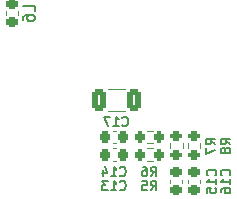
<source format=gbo>
%TF.GenerationSoftware,KiCad,Pcbnew,(6.0.8-1)-1*%
%TF.CreationDate,2022-11-24T03:29:18+08:00*%
%TF.ProjectId,CCTV3_POE_REV100,43435456-335f-4504-9f45-5f5245563130,100*%
%TF.SameCoordinates,Original*%
%TF.FileFunction,Legend,Bot*%
%TF.FilePolarity,Positive*%
%FSLAX46Y46*%
G04 Gerber Fmt 4.6, Leading zero omitted, Abs format (unit mm)*
G04 Created by KiCad (PCBNEW (6.0.8-1)-1) date 2022-11-24 03:29:18*
%MOMM*%
%LPD*%
G01*
G04 APERTURE LIST*
G04 Aperture macros list*
%AMRoundRect*
0 Rectangle with rounded corners*
0 $1 Rounding radius*
0 $2 $3 $4 $5 $6 $7 $8 $9 X,Y pos of 4 corners*
0 Add a 4 corners polygon primitive as box body*
4,1,4,$2,$3,$4,$5,$6,$7,$8,$9,$2,$3,0*
0 Add four circle primitives for the rounded corners*
1,1,$1+$1,$2,$3*
1,1,$1+$1,$4,$5*
1,1,$1+$1,$6,$7*
1,1,$1+$1,$8,$9*
0 Add four rect primitives between the rounded corners*
20,1,$1+$1,$2,$3,$4,$5,0*
20,1,$1+$1,$4,$5,$6,$7,0*
20,1,$1+$1,$6,$7,$8,$9,0*
20,1,$1+$1,$8,$9,$2,$3,0*%
G04 Aperture macros list end*
%ADD10C,0.150000*%
%ADD11C,0.120000*%
%ADD12C,4.400000*%
%ADD13R,1.700000X1.700000*%
%ADD14O,1.700000X1.700000*%
%ADD15C,3.300000*%
%ADD16C,1.520000*%
%ADD17C,2.500000*%
%ADD18C,2.600000*%
%ADD19C,2.150000*%
%ADD20C,1.600000*%
%ADD21RoundRect,0.250000X-0.750000X-1.550000X0.750000X-1.550000X0.750000X1.550000X-0.750000X1.550000X0*%
%ADD22O,2.000000X3.600000*%
%ADD23RoundRect,0.218750X0.256250X-0.218750X0.256250X0.218750X-0.256250X0.218750X-0.256250X-0.218750X0*%
%ADD24RoundRect,0.225000X-0.225000X-0.250000X0.225000X-0.250000X0.225000X0.250000X-0.225000X0.250000X0*%
%ADD25RoundRect,0.200000X0.275000X-0.200000X0.275000X0.200000X-0.275000X0.200000X-0.275000X-0.200000X0*%
%ADD26RoundRect,0.225000X0.250000X-0.225000X0.250000X0.225000X-0.250000X0.225000X-0.250000X-0.225000X0*%
%ADD27RoundRect,0.250000X-0.325000X-0.650000X0.325000X-0.650000X0.325000X0.650000X-0.325000X0.650000X0*%
%ADD28RoundRect,0.200000X-0.200000X-0.275000X0.200000X-0.275000X0.200000X0.275000X-0.200000X0.275000X0*%
G04 APERTURE END LIST*
D10*
X24882380Y-31183333D02*
X24882380Y-30707142D01*
X23882380Y-30707142D01*
X23882380Y-31945238D02*
X23882380Y-31754761D01*
X23930000Y-31659523D01*
X23977619Y-31611904D01*
X24120476Y-31516666D01*
X24310952Y-31469047D01*
X24691904Y-31469047D01*
X24787142Y-31516666D01*
X24834761Y-31564285D01*
X24882380Y-31659523D01*
X24882380Y-31850000D01*
X24834761Y-31945238D01*
X24787142Y-31992857D01*
X24691904Y-32040476D01*
X24453809Y-32040476D01*
X24358571Y-31992857D01*
X24310952Y-31945238D01*
X24263333Y-31850000D01*
X24263333Y-31659523D01*
X24310952Y-31564285D01*
X24358571Y-31516666D01*
X24453809Y-31469047D01*
X32114285Y-46285714D02*
X32152380Y-46323809D01*
X32266666Y-46361904D01*
X32342857Y-46361904D01*
X32457142Y-46323809D01*
X32533333Y-46247619D01*
X32571428Y-46171428D01*
X32609523Y-46019047D01*
X32609523Y-45904761D01*
X32571428Y-45752380D01*
X32533333Y-45676190D01*
X32457142Y-45600000D01*
X32342857Y-45561904D01*
X32266666Y-45561904D01*
X32152380Y-45600000D01*
X32114285Y-45638095D01*
X31352380Y-46361904D02*
X31809523Y-46361904D01*
X31580952Y-46361904D02*
X31580952Y-45561904D01*
X31657142Y-45676190D01*
X31733333Y-45752380D01*
X31809523Y-45790476D01*
X31085714Y-45561904D02*
X30590476Y-45561904D01*
X30857142Y-45866666D01*
X30742857Y-45866666D01*
X30666666Y-45904761D01*
X30628571Y-45942857D01*
X30590476Y-46019047D01*
X30590476Y-46209523D01*
X30628571Y-46285714D01*
X30666666Y-46323809D01*
X30742857Y-46361904D01*
X30971428Y-46361904D01*
X31047619Y-46323809D01*
X31085714Y-46285714D01*
X32114285Y-45085714D02*
X32152380Y-45123809D01*
X32266666Y-45161904D01*
X32342857Y-45161904D01*
X32457142Y-45123809D01*
X32533333Y-45047619D01*
X32571428Y-44971428D01*
X32609523Y-44819047D01*
X32609523Y-44704761D01*
X32571428Y-44552380D01*
X32533333Y-44476190D01*
X32457142Y-44400000D01*
X32342857Y-44361904D01*
X32266666Y-44361904D01*
X32152380Y-44400000D01*
X32114285Y-44438095D01*
X31352380Y-45161904D02*
X31809523Y-45161904D01*
X31580952Y-45161904D02*
X31580952Y-44361904D01*
X31657142Y-44476190D01*
X31733333Y-44552380D01*
X31809523Y-44590476D01*
X30666666Y-44628571D02*
X30666666Y-45161904D01*
X30857142Y-44323809D02*
X31047619Y-44895238D01*
X30552380Y-44895238D01*
X40161904Y-42466666D02*
X39780952Y-42200000D01*
X40161904Y-42009523D02*
X39361904Y-42009523D01*
X39361904Y-42314285D01*
X39400000Y-42390476D01*
X39438095Y-42428571D01*
X39514285Y-42466666D01*
X39628571Y-42466666D01*
X39704761Y-42428571D01*
X39742857Y-42390476D01*
X39780952Y-42314285D01*
X39780952Y-42009523D01*
X39361904Y-42733333D02*
X39361904Y-43266666D01*
X40161904Y-42923809D01*
X40185714Y-45085714D02*
X40223809Y-45047619D01*
X40261904Y-44933333D01*
X40261904Y-44857142D01*
X40223809Y-44742857D01*
X40147619Y-44666666D01*
X40071428Y-44628571D01*
X39919047Y-44590476D01*
X39804761Y-44590476D01*
X39652380Y-44628571D01*
X39576190Y-44666666D01*
X39500000Y-44742857D01*
X39461904Y-44857142D01*
X39461904Y-44933333D01*
X39500000Y-45047619D01*
X39538095Y-45085714D01*
X40261904Y-45847619D02*
X40261904Y-45390476D01*
X40261904Y-45619047D02*
X39461904Y-45619047D01*
X39576190Y-45542857D01*
X39652380Y-45466666D01*
X39690476Y-45390476D01*
X39461904Y-46571428D02*
X39461904Y-46190476D01*
X39842857Y-46152380D01*
X39804761Y-46190476D01*
X39766666Y-46266666D01*
X39766666Y-46457142D01*
X39804761Y-46533333D01*
X39842857Y-46571428D01*
X39919047Y-46609523D01*
X40109523Y-46609523D01*
X40185714Y-46571428D01*
X40223809Y-46533333D01*
X40261904Y-46457142D01*
X40261904Y-46266666D01*
X40223809Y-46190476D01*
X40185714Y-46152380D01*
X41385714Y-45085714D02*
X41423809Y-45047619D01*
X41461904Y-44933333D01*
X41461904Y-44857142D01*
X41423809Y-44742857D01*
X41347619Y-44666666D01*
X41271428Y-44628571D01*
X41119047Y-44590476D01*
X41004761Y-44590476D01*
X40852380Y-44628571D01*
X40776190Y-44666666D01*
X40700000Y-44742857D01*
X40661904Y-44857142D01*
X40661904Y-44933333D01*
X40700000Y-45047619D01*
X40738095Y-45085714D01*
X41461904Y-45847619D02*
X41461904Y-45390476D01*
X41461904Y-45619047D02*
X40661904Y-45619047D01*
X40776190Y-45542857D01*
X40852380Y-45466666D01*
X40890476Y-45390476D01*
X40661904Y-46533333D02*
X40661904Y-46380952D01*
X40700000Y-46304761D01*
X40738095Y-46266666D01*
X40852380Y-46190476D01*
X41004761Y-46152380D01*
X41309523Y-46152380D01*
X41385714Y-46190476D01*
X41423809Y-46228571D01*
X41461904Y-46304761D01*
X41461904Y-46457142D01*
X41423809Y-46533333D01*
X41385714Y-46571428D01*
X41309523Y-46609523D01*
X41119047Y-46609523D01*
X41042857Y-46571428D01*
X41004761Y-46533333D01*
X40966666Y-46457142D01*
X40966666Y-46304761D01*
X41004761Y-46228571D01*
X41042857Y-46190476D01*
X41119047Y-46152380D01*
X32314285Y-40835714D02*
X32352380Y-40873809D01*
X32466666Y-40911904D01*
X32542857Y-40911904D01*
X32657142Y-40873809D01*
X32733333Y-40797619D01*
X32771428Y-40721428D01*
X32809523Y-40569047D01*
X32809523Y-40454761D01*
X32771428Y-40302380D01*
X32733333Y-40226190D01*
X32657142Y-40150000D01*
X32542857Y-40111904D01*
X32466666Y-40111904D01*
X32352380Y-40150000D01*
X32314285Y-40188095D01*
X31552380Y-40911904D02*
X32009523Y-40911904D01*
X31780952Y-40911904D02*
X31780952Y-40111904D01*
X31857142Y-40226190D01*
X31933333Y-40302380D01*
X32009523Y-40340476D01*
X31285714Y-40111904D02*
X30752380Y-40111904D01*
X31095238Y-40911904D01*
X34733333Y-46361904D02*
X35000000Y-45980952D01*
X35190476Y-46361904D02*
X35190476Y-45561904D01*
X34885714Y-45561904D01*
X34809523Y-45600000D01*
X34771428Y-45638095D01*
X34733333Y-45714285D01*
X34733333Y-45828571D01*
X34771428Y-45904761D01*
X34809523Y-45942857D01*
X34885714Y-45980952D01*
X35190476Y-45980952D01*
X34009523Y-45561904D02*
X34390476Y-45561904D01*
X34428571Y-45942857D01*
X34390476Y-45904761D01*
X34314285Y-45866666D01*
X34123809Y-45866666D01*
X34047619Y-45904761D01*
X34009523Y-45942857D01*
X33971428Y-46019047D01*
X33971428Y-46209523D01*
X34009523Y-46285714D01*
X34047619Y-46323809D01*
X34123809Y-46361904D01*
X34314285Y-46361904D01*
X34390476Y-46323809D01*
X34428571Y-46285714D01*
X41461904Y-42466666D02*
X41080952Y-42200000D01*
X41461904Y-42009523D02*
X40661904Y-42009523D01*
X40661904Y-42314285D01*
X40700000Y-42390476D01*
X40738095Y-42428571D01*
X40814285Y-42466666D01*
X40928571Y-42466666D01*
X41004761Y-42428571D01*
X41042857Y-42390476D01*
X41080952Y-42314285D01*
X41080952Y-42009523D01*
X41004761Y-42923809D02*
X40966666Y-42847619D01*
X40928571Y-42809523D01*
X40852380Y-42771428D01*
X40814285Y-42771428D01*
X40738095Y-42809523D01*
X40700000Y-42847619D01*
X40661904Y-42923809D01*
X40661904Y-43076190D01*
X40700000Y-43152380D01*
X40738095Y-43190476D01*
X40814285Y-43228571D01*
X40852380Y-43228571D01*
X40928571Y-43190476D01*
X40966666Y-43152380D01*
X41004761Y-43076190D01*
X41004761Y-42923809D01*
X41042857Y-42847619D01*
X41080952Y-42809523D01*
X41157142Y-42771428D01*
X41309523Y-42771428D01*
X41385714Y-42809523D01*
X41423809Y-42847619D01*
X41461904Y-42923809D01*
X41461904Y-43076190D01*
X41423809Y-43152380D01*
X41385714Y-43190476D01*
X41309523Y-43228571D01*
X41157142Y-43228571D01*
X41080952Y-43190476D01*
X41042857Y-43152380D01*
X41004761Y-43076190D01*
X34733333Y-45161904D02*
X35000000Y-44780952D01*
X35190476Y-45161904D02*
X35190476Y-44361904D01*
X34885714Y-44361904D01*
X34809523Y-44400000D01*
X34771428Y-44438095D01*
X34733333Y-44514285D01*
X34733333Y-44628571D01*
X34771428Y-44704761D01*
X34809523Y-44742857D01*
X34885714Y-44780952D01*
X35190476Y-44780952D01*
X34047619Y-44361904D02*
X34200000Y-44361904D01*
X34276190Y-44400000D01*
X34314285Y-44438095D01*
X34390476Y-44552380D01*
X34428571Y-44704761D01*
X34428571Y-45009523D01*
X34390476Y-45085714D01*
X34352380Y-45123809D01*
X34276190Y-45161904D01*
X34123809Y-45161904D01*
X34047619Y-45123809D01*
X34009523Y-45085714D01*
X33971428Y-45009523D01*
X33971428Y-44819047D01*
X34009523Y-44742857D01*
X34047619Y-44704761D01*
X34123809Y-44666666D01*
X34276190Y-44666666D01*
X34352380Y-44704761D01*
X34390476Y-44742857D01*
X34428571Y-44819047D01*
D11*
X22490000Y-31512779D02*
X22490000Y-31187221D01*
X23510000Y-31512779D02*
X23510000Y-31187221D01*
X31479420Y-42810000D02*
X31760580Y-42810000D01*
X31479420Y-43830000D02*
X31760580Y-43830000D01*
X31479420Y-42330000D02*
X31760580Y-42330000D01*
X31479420Y-41310000D02*
X31760580Y-41310000D01*
X37412500Y-42807258D02*
X37412500Y-42332742D01*
X36367500Y-42807258D02*
X36367500Y-42332742D01*
X37400000Y-45720580D02*
X37400000Y-45439420D01*
X36380000Y-45720580D02*
X36380000Y-45439420D01*
X38910000Y-45720580D02*
X38910000Y-45439420D01*
X37890000Y-45720580D02*
X37890000Y-45439420D01*
X31088748Y-39610000D02*
X32511252Y-39610000D01*
X31088748Y-37790000D02*
X32511252Y-37790000D01*
X34392742Y-43842500D02*
X34867258Y-43842500D01*
X34392742Y-42797500D02*
X34867258Y-42797500D01*
X38922500Y-42807258D02*
X38922500Y-42332742D01*
X37877500Y-42807258D02*
X37877500Y-42332742D01*
X34392742Y-41297500D02*
X34867258Y-41297500D01*
X34392742Y-42342500D02*
X34867258Y-42342500D01*
%LPC*%
D12*
X23500000Y-66500000D03*
X76700000Y-32200000D03*
X23500000Y-23500000D03*
D13*
X48400000Y-62900000D03*
D14*
X50940000Y-62900000D03*
X53480000Y-62900000D03*
X56020000Y-62900000D03*
D15*
X60490000Y-41880000D03*
X60490000Y-53310000D03*
D16*
X54140000Y-52040000D03*
X51600000Y-50770000D03*
X54140000Y-49500000D03*
X51600000Y-48230000D03*
X54140000Y-46970000D03*
X51600000Y-45690000D03*
X54140000Y-44420000D03*
X51600000Y-43150000D03*
X64600000Y-54010000D03*
X64600000Y-51470000D03*
X64600000Y-43730000D03*
X64600000Y-41190000D03*
D17*
X56640000Y-55510000D03*
X56640000Y-39690000D03*
D18*
X25110250Y-45662500D03*
X25110250Y-60662500D03*
D19*
X29110250Y-45662500D03*
X29110250Y-60662500D03*
D20*
X31210250Y-51662500D03*
X31210250Y-54662500D03*
X29110250Y-55887500D03*
X27010250Y-55237500D03*
X27010250Y-53162500D03*
X27010250Y-51087500D03*
X29110250Y-50437500D03*
X29110250Y-53162500D03*
X23290250Y-53162500D03*
D13*
X86685000Y-47600000D03*
D14*
X84145000Y-47600000D03*
D13*
X37350000Y-29545000D03*
D14*
X39980000Y-29535000D03*
X42520000Y-29535000D03*
X45060000Y-29535000D03*
X80620000Y-29535000D03*
X83160000Y-29535000D03*
X85700000Y-29535000D03*
X88240000Y-29535000D03*
D12*
X86500000Y-66500000D03*
D21*
X45500000Y-67722500D03*
D22*
X50500000Y-67722500D03*
X55500000Y-67722500D03*
D23*
X23000000Y-32137500D03*
X23000000Y-30562500D03*
D24*
X30845000Y-43320000D03*
X32395000Y-43320000D03*
X30845000Y-41820000D03*
X32395000Y-41820000D03*
D25*
X36890000Y-43395000D03*
X36890000Y-41745000D03*
D26*
X36890000Y-46355000D03*
X36890000Y-44805000D03*
X38400000Y-46355000D03*
X38400000Y-44805000D03*
D27*
X30325000Y-38700000D03*
X33275000Y-38700000D03*
D28*
X33805000Y-43320000D03*
X35455000Y-43320000D03*
D25*
X38400000Y-43395000D03*
X38400000Y-41745000D03*
D28*
X33805000Y-41820000D03*
X35455000Y-41820000D03*
M02*

</source>
